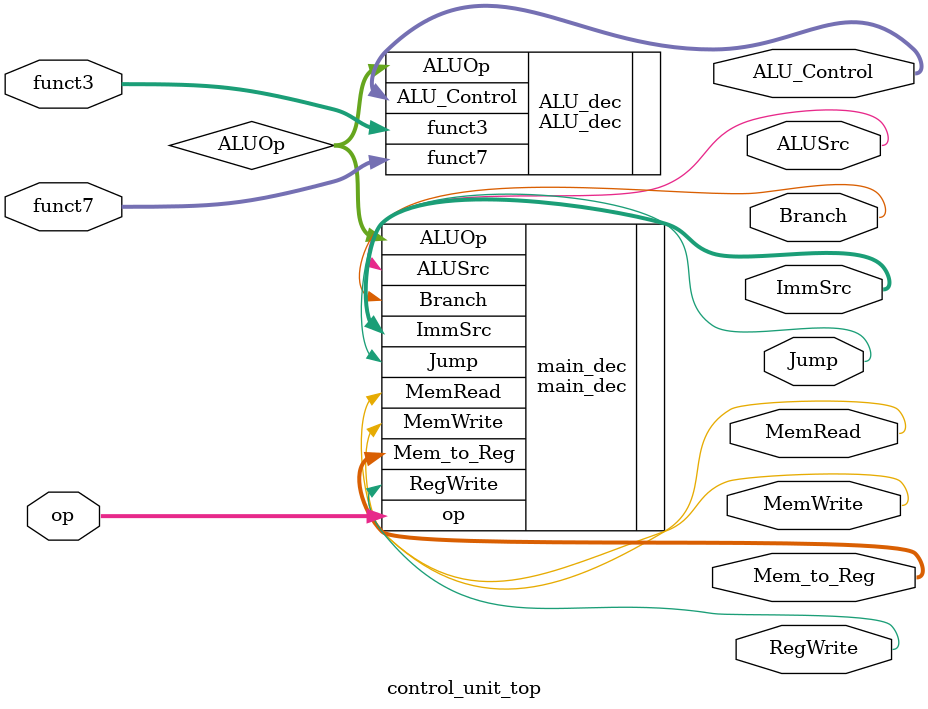
<source format=v>
`include "main_dec.v"
`include "ALU_dec.v"

module control_unit_top (input [6:0] op,
                         input [2:0] funct3,
                         input [6:0] funct7,
                         output ALUSrc,
                         output RegWrite,
                         output MemRead,
                         output MemWrite,
                         output Branch,
                         output Jump,
                         output [1:0] Mem_to_Reg,
						 output [2:0] ImmSrc,
						 output [3:0] ALU_Control);
    
    wire [1:0] ALUOp;
    
    main_dec main_dec (
    .op(op),
    .ALUSrc(ALUSrc),
    .Mem_to_Reg(Mem_to_Reg),
    .RegWrite(RegWrite),
    .MemRead(MemRead),
    .MemWrite(MemWrite),
    .Branch(Branch),
    .Jump(Jump),
	.ImmSrc(ImmSrc),
    .ALUOp(ALUOp)
    );
    
    ALU_dec ALU_dec (
    .ALUOp(ALUOp),
    .funct3(funct3),
    .funct7(funct7),
    .ALU_Control(ALU_Control)
    );
    
endmodule

</source>
